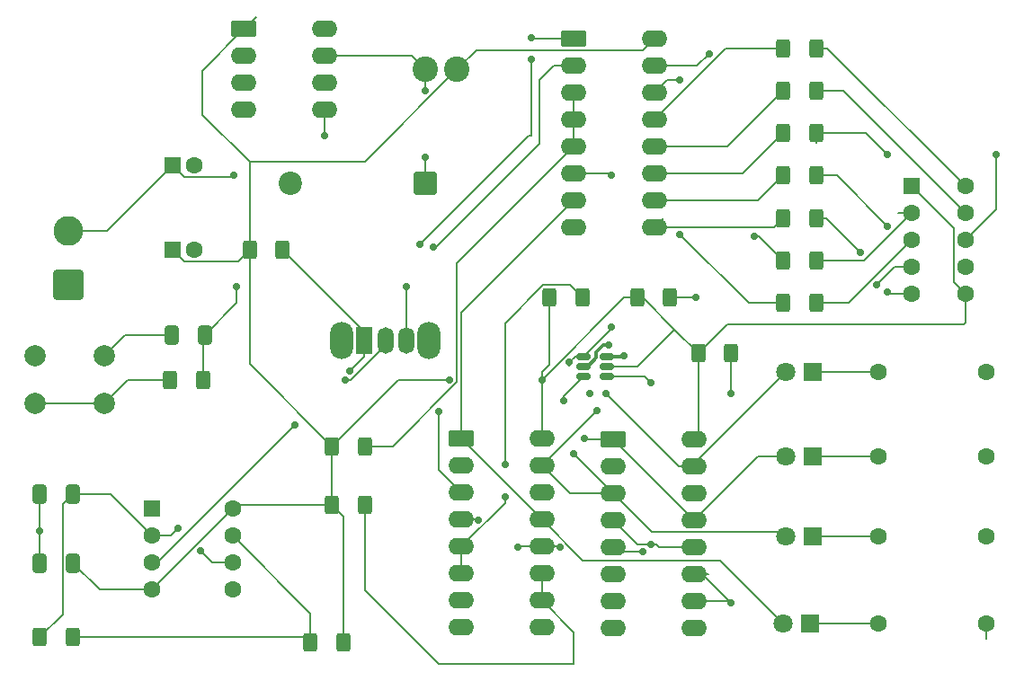
<source format=gbr>
%TF.GenerationSoftware,KiCad,Pcbnew,9.0.3*%
%TF.CreationDate,2025-12-16T09:58:40+01:00*%
%TF.ProjectId,PTP_Josip_Bosnic_Project1,5054505f-4a6f-4736-9970-5f426f736e69,rev?*%
%TF.SameCoordinates,Original*%
%TF.FileFunction,Copper,L1,Top*%
%TF.FilePolarity,Positive*%
%FSLAX46Y46*%
G04 Gerber Fmt 4.6, Leading zero omitted, Abs format (unit mm)*
G04 Created by KiCad (PCBNEW 9.0.3) date 2025-12-16 09:58:40*
%MOMM*%
%LPD*%
G01*
G04 APERTURE LIST*
G04 Aperture macros list*
%AMRoundRect*
0 Rectangle with rounded corners*
0 $1 Rounding radius*
0 $2 $3 $4 $5 $6 $7 $8 $9 X,Y pos of 4 corners*
0 Add a 4 corners polygon primitive as box body*
4,1,4,$2,$3,$4,$5,$6,$7,$8,$9,$2,$3,0*
0 Add four circle primitives for the rounded corners*
1,1,$1+$1,$2,$3*
1,1,$1+$1,$4,$5*
1,1,$1+$1,$6,$7*
1,1,$1+$1,$8,$9*
0 Add four rect primitives between the rounded corners*
20,1,$1+$1,$2,$3,$4,$5,0*
20,1,$1+$1,$4,$5,$6,$7,0*
20,1,$1+$1,$6,$7,$8,$9,0*
20,1,$1+$1,$8,$9,$2,$3,0*%
G04 Aperture macros list end*
%TA.AperFunction,ComponentPad*%
%ADD10R,1.800000X1.800000*%
%TD*%
%TA.AperFunction,ComponentPad*%
%ADD11C,1.800000*%
%TD*%
%TA.AperFunction,ComponentPad*%
%ADD12C,1.600000*%
%TD*%
%TA.AperFunction,SMDPad,CuDef*%
%ADD13RoundRect,0.250000X-0.400000X-0.625000X0.400000X-0.625000X0.400000X0.625000X-0.400000X0.625000X0*%
%TD*%
%TA.AperFunction,ComponentPad*%
%ADD14O,2.200000X3.500000*%
%TD*%
%TA.AperFunction,ComponentPad*%
%ADD15R,1.500000X2.500000*%
%TD*%
%TA.AperFunction,ComponentPad*%
%ADD16O,1.500000X2.500000*%
%TD*%
%TA.AperFunction,ComponentPad*%
%ADD17C,2.000000*%
%TD*%
%TA.AperFunction,SMDPad,CuDef*%
%ADD18RoundRect,0.250000X-0.412500X-0.650000X0.412500X-0.650000X0.412500X0.650000X-0.412500X0.650000X0*%
%TD*%
%TA.AperFunction,SMDPad,CuDef*%
%ADD19RoundRect,0.250000X0.400000X0.625000X-0.400000X0.625000X-0.400000X-0.625000X0.400000X-0.625000X0*%
%TD*%
%TA.AperFunction,ComponentPad*%
%ADD20C,2.400000*%
%TD*%
%TA.AperFunction,SMDPad,CuDef*%
%ADD21RoundRect,0.250000X0.412500X0.650000X-0.412500X0.650000X-0.412500X-0.650000X0.412500X-0.650000X0*%
%TD*%
%TA.AperFunction,ComponentPad*%
%ADD22RoundRect,0.250000X-0.950000X-0.550000X0.950000X-0.550000X0.950000X0.550000X-0.950000X0.550000X0*%
%TD*%
%TA.AperFunction,ComponentPad*%
%ADD23O,2.400000X1.600000*%
%TD*%
%TA.AperFunction,ComponentPad*%
%ADD24RoundRect,0.250000X-0.550000X-0.550000X0.550000X-0.550000X0.550000X0.550000X-0.550000X0.550000X0*%
%TD*%
%TA.AperFunction,SMDPad,CuDef*%
%ADD25RoundRect,0.150000X-0.512500X-0.150000X0.512500X-0.150000X0.512500X0.150000X-0.512500X0.150000X0*%
%TD*%
%TA.AperFunction,ComponentPad*%
%ADD26R,1.600000X1.600000*%
%TD*%
%TA.AperFunction,ComponentPad*%
%ADD27RoundRect,0.250001X1.149999X-1.149999X1.149999X1.149999X-1.149999X1.149999X-1.149999X-1.149999X0*%
%TD*%
%TA.AperFunction,ComponentPad*%
%ADD28C,2.800000*%
%TD*%
%TA.AperFunction,ComponentPad*%
%ADD29RoundRect,0.249999X0.850001X0.850001X-0.850001X0.850001X-0.850001X-0.850001X0.850001X-0.850001X0*%
%TD*%
%TA.AperFunction,ComponentPad*%
%ADD30C,2.200000*%
%TD*%
%TA.AperFunction,ViaPad*%
%ADD31C,0.700000*%
%TD*%
%TA.AperFunction,Conductor*%
%ADD32C,0.300000*%
%TD*%
%TA.AperFunction,Conductor*%
%ADD33C,0.200000*%
%TD*%
G04 APERTURE END LIST*
D10*
%TO.P,D2,1,K*%
%TO.N,Net-(D2-K)*%
X178250000Y-96000000D03*
D11*
%TO.P,D2,2,A*%
%TO.N,Q1*%
X175710000Y-96000000D03*
%TD*%
D12*
%TO.P,R1,1*%
%TO.N,Net-(D1-K)*%
X184420000Y-104250000D03*
%TO.P,R1,2*%
%TO.N,GND*%
X194580000Y-104250000D03*
%TD*%
%TO.P,R3,1*%
%TO.N,Net-(D3-K)*%
X184420000Y-88500000D03*
%TO.P,R3,2*%
%TO.N,GND*%
X194580000Y-88500000D03*
%TD*%
D13*
%TO.P,R18,1*%
%TO.N,Net-(U4-g)*%
X175450000Y-74000000D03*
%TO.P,R18,2*%
%TO.N,Net-(U5-G)*%
X178550000Y-74000000D03*
%TD*%
%TO.P,R13,1*%
%TO.N,Net-(R13-Pad1)*%
X117700000Y-81250000D03*
%TO.P,R13,2*%
%TO.N,Net-(SW2-A)*%
X120800000Y-81250000D03*
%TD*%
D10*
%TO.P,D1,1,K*%
%TO.N,Net-(D1-K)*%
X178025000Y-104250000D03*
D11*
%TO.P,D1,2,A*%
%TO.N,Q0*%
X175485000Y-104250000D03*
%TD*%
D10*
%TO.P,D5,1,K*%
%TO.N,Net-(D5-K)*%
X178250000Y-80500000D03*
D11*
%TO.P,D5,2,A*%
%TO.N,Q3*%
X175710000Y-80500000D03*
%TD*%
D12*
%TO.P,R4,1*%
%TO.N,Net-(D5-K)*%
X184420000Y-80500000D03*
%TO.P,R4,2*%
%TO.N,GND*%
X194580000Y-80500000D03*
%TD*%
D13*
%TO.P,R7,1*%
%TO.N,+5V*%
X125200000Y-69000000D03*
%TO.P,R7,2*%
%TO.N,Clock*%
X128300000Y-69000000D03*
%TD*%
D14*
%TO.P,SW2,*%
%TO.N,*%
X133900000Y-77500000D03*
X142100000Y-77500000D03*
D15*
%TO.P,SW2,1,B*%
%TO.N,Clock*%
X136000000Y-77500000D03*
D16*
%TO.P,SW2,2,C*%
%TO.N,555*%
X138000000Y-77500000D03*
%TO.P,SW2,3,A*%
%TO.N,Net-(SW2-A)*%
X140000000Y-77500000D03*
%TD*%
D17*
%TO.P,SW1,1,1*%
%TO.N,GND*%
X105000000Y-79000000D03*
X111500000Y-79000000D03*
%TO.P,SW1,2,2*%
%TO.N,Net-(R13-Pad1)*%
X105000000Y-83500000D03*
X111500000Y-83500000D03*
%TD*%
D18*
%TO.P,C3,1*%
%TO.N,GND*%
X117875000Y-77000000D03*
%TO.P,C3,2*%
%TO.N,Net-(SW2-A)*%
X121000000Y-77000000D03*
%TD*%
D19*
%TO.P,R20,1*%
%TO.N,Net-(U7-DIS)*%
X108550000Y-105500000D03*
%TO.P,R20,2*%
%TO.N,Net-(U7-THR)*%
X105450000Y-105500000D03*
%TD*%
D20*
%TO.P,L1,1,1*%
%TO.N,Net-(D4-K)*%
X141750000Y-52000000D03*
%TO.P,L1,2,2*%
%TO.N,+5V*%
X144750000Y-52000000D03*
%TD*%
D21*
%TO.P,C4,1*%
%TO.N,+5V*%
X108562500Y-98500000D03*
%TO.P,C4,2*%
%TO.N,GND*%
X105437500Y-98500000D03*
%TD*%
D13*
%TO.P,R9,1*%
%TO.N,+5V*%
X153450000Y-73500000D03*
%TO.P,R9,2*%
%TO.N,Net-(U2A-J)*%
X156550000Y-73500000D03*
%TD*%
%TO.P,R14,1*%
%TO.N,Net-(U4-d)*%
X175450000Y-62000000D03*
%TO.P,R14,2*%
%TO.N,Net-(U5-D)*%
X178550000Y-62000000D03*
%TD*%
%TO.P,R11,1*%
%TO.N,+5V*%
X161700000Y-73500000D03*
%TO.P,R11,2*%
%TO.N,Net-(U3A-J)*%
X164800000Y-73500000D03*
%TD*%
%TO.P,R10,1*%
%TO.N,+5V*%
X132950000Y-93000000D03*
%TO.P,R10,2*%
%TO.N,Net-(U2B-J)*%
X136050000Y-93000000D03*
%TD*%
%TO.P,R5,1*%
%TO.N,Net-(U4-a)*%
X175450000Y-50000000D03*
%TO.P,R5,2*%
%TO.N,Net-(U5-A)*%
X178550000Y-50000000D03*
%TD*%
D22*
%TO.P,U4,1,B*%
%TO.N,Q1*%
X155690000Y-49110000D03*
D23*
%TO.P,U4,2,C*%
%TO.N,Q2*%
X155690000Y-51650000D03*
%TO.P,U4,3,LT*%
%TO.N,Net-(U4-BI)*%
X155690000Y-54190000D03*
%TO.P,U4,4,BI*%
X155690000Y-56730000D03*
%TO.P,U4,5,RBI*%
X155690000Y-59270000D03*
%TO.P,U4,6,D*%
%TO.N,Q3*%
X155690000Y-61810000D03*
%TO.P,U4,7,A*%
%TO.N,Q0*%
X155690000Y-64350000D03*
%TO.P,U4,8,GND*%
%TO.N,GND*%
X155690000Y-66890000D03*
%TO.P,U4,9,e*%
%TO.N,Net-(U4-e)*%
X163310000Y-66890000D03*
%TO.P,U4,10,d*%
%TO.N,Net-(U4-d)*%
X163310000Y-64350000D03*
%TO.P,U4,11,c*%
%TO.N,Net-(U4-c)*%
X163310000Y-61810000D03*
%TO.P,U4,12,b*%
%TO.N,Net-(U4-b)*%
X163310000Y-59270000D03*
%TO.P,U4,13,a*%
%TO.N,Net-(U4-a)*%
X163310000Y-56730000D03*
%TO.P,U4,14,g*%
%TO.N,Net-(U4-g)*%
X163310000Y-54190000D03*
%TO.P,U4,15,f*%
%TO.N,Net-(U4-f)*%
X163310000Y-51650000D03*
%TO.P,U4,16,VCC*%
%TO.N,+5V*%
X163310000Y-49110000D03*
%TD*%
D24*
%TO.P,U7,1,GND*%
%TO.N,GND*%
X116000000Y-93380000D03*
D12*
%TO.P,U7,2,TR*%
%TO.N,Net-(U7-THR)*%
X116000000Y-95920000D03*
%TO.P,U7,3,Q*%
%TO.N,555*%
X116000000Y-98460000D03*
%TO.P,U7,4,R*%
%TO.N,+5V*%
X116000000Y-101000000D03*
%TO.P,U7,5,CV*%
%TO.N,unconnected-(U7-CV-Pad5)*%
X123620000Y-101000000D03*
%TO.P,U7,6,THR*%
%TO.N,Net-(U7-THR)*%
X123620000Y-98460000D03*
%TO.P,U7,7,DIS*%
%TO.N,Net-(U7-DIS)*%
X123620000Y-95920000D03*
%TO.P,U7,8,VCC*%
%TO.N,+5V*%
X123620000Y-93380000D03*
%TD*%
D13*
%TO.P,R17,1*%
%TO.N,Net-(U4-f)*%
X175450000Y-70000000D03*
%TO.P,R17,2*%
%TO.N,Net-(U5-F)*%
X178550000Y-70000000D03*
%TD*%
%TO.P,R12,1*%
%TO.N,+5V*%
X167450000Y-78750000D03*
%TO.P,R12,2*%
%TO.N,Net-(U3B-J)*%
X170550000Y-78750000D03*
%TD*%
%TO.P,R16,1*%
%TO.N,Net-(U4-e)*%
X175450000Y-66000000D03*
%TO.P,R16,2*%
%TO.N,Net-(U5-E)*%
X178550000Y-66000000D03*
%TD*%
%TO.P,R15,1*%
%TO.N,+5V*%
X132950000Y-87500000D03*
%TO.P,R15,2*%
%TO.N,Net-(U4-BI)*%
X136050000Y-87500000D03*
%TD*%
%TO.P,R8,1*%
%TO.N,Net-(U4-c)*%
X175450000Y-58000000D03*
%TO.P,R8,2*%
%TO.N,Net-(U5-C)*%
X178550000Y-58000000D03*
%TD*%
D19*
%TO.P,R19,1*%
%TO.N,+5V*%
X134050000Y-106000000D03*
%TO.P,R19,2*%
%TO.N,Net-(U7-DIS)*%
X130950000Y-106000000D03*
%TD*%
D25*
%TO.P,U6,1,A*%
%TO.N,Q3*%
X156612500Y-79050000D03*
%TO.P,U6,2,GND*%
%TO.N,GND*%
X156612500Y-80000000D03*
%TO.P,U6,3,B*%
%TO.N,Clock*%
X156612500Y-80950000D03*
%TO.P,U6,4,Y*%
%TO.N,Reset*%
X158887500Y-80950000D03*
%TO.P,U6,5,VCC*%
%TO.N,+5V*%
X158887500Y-80000000D03*
%TO.P,U6,6,C*%
%TO.N,Q1*%
X158887500Y-79050000D03*
%TD*%
D10*
%TO.P,D3,1,K*%
%TO.N,Net-(D3-K)*%
X178250000Y-88500000D03*
D11*
%TO.P,D3,2,A*%
%TO.N,Q2*%
X175710000Y-88500000D03*
%TD*%
D22*
%TO.P,U1,1,FB*%
%TO.N,+5V*%
X124690000Y-48190000D03*
D23*
%TO.P,U1,2,SGND*%
%TO.N,GND*%
X124690000Y-50730000D03*
%TO.P,U1,3,~{ON}/OFF*%
X124690000Y-53270000D03*
%TO.P,U1,4,PGND*%
X124690000Y-55810000D03*
%TO.P,U1,5,VIN*%
%TO.N,VD*%
X132310000Y-55810000D03*
%TO.P,U1,6,NC*%
%TO.N,unconnected-(U1-NC-Pad6)*%
X132310000Y-53270000D03*
%TO.P,U1,7,OUT*%
%TO.N,Net-(D4-K)*%
X132310000Y-50730000D03*
%TO.P,U1,8,NC*%
%TO.N,unconnected-(U1-NC-Pad8)*%
X132310000Y-48190000D03*
%TD*%
D24*
%TO.P,C2,1*%
%TO.N,+5V*%
X118000000Y-69000000D03*
D12*
%TO.P,C2,2*%
%TO.N,GND*%
X120000000Y-69000000D03*
%TD*%
D26*
%TO.P,U5,1,CA*%
%TO.N,+5V*%
X187532500Y-62982500D03*
D12*
%TO.P,U5,2,F*%
%TO.N,Net-(U5-F)*%
X187532500Y-65522500D03*
%TO.P,U5,3,G*%
%TO.N,Net-(U5-G)*%
X187532500Y-68062500D03*
%TO.P,U5,4,E*%
%TO.N,Net-(U5-E)*%
X187532500Y-70602500D03*
%TO.P,U5,5,D*%
%TO.N,Net-(U5-D)*%
X187532500Y-73142500D03*
%TO.P,U5,6,CA*%
%TO.N,+5V*%
X192612500Y-73142500D03*
%TO.P,U5,7,DP*%
%TO.N,unconnected-(U5-DP-Pad7)*%
X192612500Y-70602500D03*
%TO.P,U5,8,C*%
%TO.N,Net-(U5-C)*%
X192612500Y-68062500D03*
%TO.P,U5,9,B*%
%TO.N,Net-(U5-B)*%
X192612500Y-65522500D03*
%TO.P,U5,10,A*%
%TO.N,Net-(U5-A)*%
X192612500Y-62982500D03*
%TD*%
D22*
%TO.P,U3,1,Q*%
%TO.N,Q2*%
X159440000Y-86860000D03*
D23*
%TO.P,U3,2,~{Q}*%
%TO.N,unconnected-(U3A-~{Q}-Pad2)*%
X159440000Y-89400000D03*
%TO.P,U3,3,C*%
%TO.N,Q1*%
X159440000Y-91940000D03*
%TO.P,U3,4,R*%
%TO.N,Reset*%
X159440000Y-94480000D03*
%TO.P,U3,5,K*%
%TO.N,Net-(U3A-J)*%
X159440000Y-97020000D03*
%TO.P,U3,6,J*%
X159440000Y-99560000D03*
%TO.P,U3,7,S*%
%TO.N,GND*%
X159440000Y-102100000D03*
%TO.P,U3,8,VSS*%
X159440000Y-104640000D03*
%TO.P,U3,9,S*%
X167060000Y-104640000D03*
%TO.P,U3,10,J*%
%TO.N,Net-(U3B-J)*%
X167060000Y-102100000D03*
%TO.P,U3,11,K*%
X167060000Y-99560000D03*
%TO.P,U3,12,R*%
%TO.N,Reset*%
X167060000Y-97020000D03*
%TO.P,U3,13,C*%
%TO.N,Q2*%
X167060000Y-94480000D03*
%TO.P,U3,14,~{Q}*%
%TO.N,unconnected-(U3B-~{Q}-Pad14)*%
X167060000Y-91940000D03*
%TO.P,U3,15,Q*%
%TO.N,Q3*%
X167060000Y-89400000D03*
%TO.P,U3,16,VDD*%
%TO.N,+5V*%
X167060000Y-86860000D03*
%TD*%
D21*
%TO.P,C5,1*%
%TO.N,Net-(U7-THR)*%
X108562500Y-92000000D03*
%TO.P,C5,2*%
%TO.N,GND*%
X105437500Y-92000000D03*
%TD*%
D24*
%TO.P,C1,1*%
%TO.N,VD*%
X118000000Y-61000000D03*
D12*
%TO.P,C1,2*%
%TO.N,GND*%
X120000000Y-61000000D03*
%TD*%
D27*
%TO.P,J1,1,Pin_1*%
%TO.N,GND*%
X108117500Y-72250000D03*
D28*
%TO.P,J1,2,Pin_2*%
%TO.N,VD*%
X108117500Y-67250000D03*
%TD*%
D29*
%TO.P,D4,1,K*%
%TO.N,Net-(D4-K)*%
X141750000Y-62750000D03*
D30*
%TO.P,D4,2,A*%
%TO.N,GND*%
X129050000Y-62750000D03*
%TD*%
D12*
%TO.P,R2,1*%
%TO.N,Net-(D2-K)*%
X184420000Y-96000000D03*
%TO.P,R2,2*%
%TO.N,GND*%
X194580000Y-96000000D03*
%TD*%
D22*
%TO.P,U2,1,Q*%
%TO.N,Q0*%
X145130000Y-86800000D03*
D23*
%TO.P,U2,2,~{Q}*%
%TO.N,unconnected-(U2A-~{Q}-Pad2)*%
X145130000Y-89340000D03*
%TO.P,U2,3,C*%
%TO.N,Clock*%
X145130000Y-91880000D03*
%TO.P,U2,4,R*%
%TO.N,Reset*%
X145130000Y-94420000D03*
%TO.P,U2,5,K*%
%TO.N,Net-(U2A-J)*%
X145130000Y-96960000D03*
%TO.P,U2,6,J*%
X145130000Y-99500000D03*
%TO.P,U2,7,S*%
%TO.N,GND*%
X145130000Y-102040000D03*
%TO.P,U2,8,VSS*%
X145130000Y-104580000D03*
%TO.P,U2,9,S*%
X152750000Y-104580000D03*
%TO.P,U2,10,J*%
%TO.N,Net-(U2B-J)*%
X152750000Y-102040000D03*
%TO.P,U2,11,K*%
X152750000Y-99500000D03*
%TO.P,U2,12,R*%
%TO.N,Reset*%
X152750000Y-96960000D03*
%TO.P,U2,13,C*%
%TO.N,Q0*%
X152750000Y-94420000D03*
%TO.P,U2,14,~{Q}*%
%TO.N,unconnected-(U2B-~{Q}-Pad14)*%
X152750000Y-91880000D03*
%TO.P,U2,15,Q*%
%TO.N,Q1*%
X152750000Y-89340000D03*
%TO.P,U2,16,VDD*%
%TO.N,+5V*%
X152750000Y-86800000D03*
%TD*%
D13*
%TO.P,R6,1*%
%TO.N,Net-(U4-b)*%
X175450000Y-54000000D03*
%TO.P,R6,2*%
%TO.N,Net-(U5-B)*%
X178550000Y-54000000D03*
%TD*%
D31*
%TO.N,GND*%
X159000000Y-78000000D03*
%TO.N,Q1*%
X157924000Y-84166000D03*
X160500000Y-79000000D03*
%TO.N,GND*%
X105437500Y-95500000D03*
%TO.N,VD*%
X132250000Y-58250000D03*
X123750000Y-62000000D03*
%TO.N,+5V*%
X144000000Y-81250000D03*
X152750000Y-81250000D03*
%TO.N,Net-(SW2-A)*%
X140000000Y-72500000D03*
X124000000Y-72500000D03*
%TO.N,Net-(U7-THR)*%
X118500000Y-95250000D03*
X120584620Y-97334620D03*
%TO.N,Q1*%
X141250000Y-68500000D03*
X151750000Y-51000000D03*
X155750000Y-88250000D03*
X151750000Y-49000000D03*
%TO.N,Q2*%
X142500000Y-68750000D03*
X156750000Y-86750000D03*
%TO.N,Net-(D4-K)*%
X141750000Y-60250000D03*
X141750000Y-54000000D03*
%TO.N,Q3*%
X159250000Y-62000000D03*
X157250000Y-82500000D03*
X159250000Y-76250000D03*
X158750000Y-82500000D03*
X159250000Y-62000000D03*
X155334620Y-79584620D03*
%TO.N,Clock*%
X143000000Y-84250000D03*
X154750000Y-83250000D03*
X134665380Y-80415380D03*
%TO.N,Net-(U5-C)*%
X185250000Y-60000000D03*
X195500000Y-60000000D03*
%TO.N,Net-(U2A-J)*%
X149250000Y-89250000D03*
X149250000Y-92250000D03*
%TO.N,Net-(U3A-J)*%
X162250000Y-97400000D03*
X167250000Y-73500000D03*
%TO.N,Net-(U3B-J)*%
X170500000Y-82500000D03*
X170500000Y-102250000D03*
%TO.N,Net-(U5-D)*%
X185250000Y-73000000D03*
X185250000Y-66750000D03*
%TO.N,Net-(U5-E)*%
X184257120Y-72257120D03*
X182750000Y-69250000D03*
%TO.N,Net-(U4-f)*%
X168500000Y-50500000D03*
X172750000Y-67750000D03*
%TO.N,Net-(U4-g)*%
X165750000Y-67540000D03*
X165750000Y-53000000D03*
%TO.N,555*%
X134250000Y-81250000D03*
X129500000Y-85500000D03*
%TO.N,Reset*%
X146710380Y-94460380D03*
X163000000Y-96750000D03*
X163000000Y-81500000D03*
X150500000Y-97000000D03*
X154455380Y-97044620D03*
%TD*%
D32*
%TO.N,GND*%
X158500000Y-78000000D02*
X159000000Y-78000000D01*
X157874000Y-78626000D02*
X158500000Y-78000000D01*
X157874000Y-79163678D02*
X157874000Y-78626000D01*
X157037678Y-80000000D02*
X157874000Y-79163678D01*
X156612500Y-80000000D02*
X157037678Y-80000000D01*
%TO.N,Q1*%
X160450000Y-79050000D02*
X160500000Y-79000000D01*
X158887500Y-79050000D02*
X160450000Y-79050000D01*
D33*
%TO.N,GND*%
X105437500Y-92000000D02*
X105437500Y-98500000D01*
X113500000Y-77000000D02*
X111500000Y-79000000D01*
X117875000Y-77000000D02*
X113500000Y-77000000D01*
X117875000Y-77000000D02*
X117625000Y-77250000D01*
X194580000Y-104250000D02*
X194580000Y-105670000D01*
X124690000Y-56310000D02*
X124690000Y-55810000D01*
%TO.N,VD*%
X119101000Y-62101000D02*
X123649000Y-62101000D01*
X132310000Y-58190000D02*
X132310000Y-55810000D01*
X123649000Y-62101000D02*
X123750000Y-62000000D01*
X132250000Y-58250000D02*
X132310000Y-58190000D01*
X108117500Y-67250000D02*
X111750000Y-67250000D01*
X111750000Y-67250000D02*
X118000000Y-61000000D01*
X118000000Y-61000000D02*
X119101000Y-62101000D01*
%TO.N,+5V*%
X144750000Y-52000000D02*
X146539000Y-50211000D01*
X134050000Y-94100000D02*
X132950000Y-93000000D01*
X132950000Y-87500000D02*
X139200000Y-81250000D01*
X146539000Y-50211000D02*
X162209000Y-50211000D01*
X192500000Y-76000000D02*
X192612500Y-75887500D01*
X160500000Y-73500000D02*
X161700000Y-73500000D01*
X118000000Y-69000000D02*
X119101000Y-70101000D01*
X125791000Y-47089000D02*
X124690000Y-48190000D01*
X120750000Y-56250000D02*
X120750000Y-52130000D01*
X111062500Y-101000000D02*
X108562500Y-98500000D01*
X152750000Y-81250000D02*
X160500000Y-73500000D01*
X192612500Y-73142500D02*
X191511500Y-72041500D01*
X124000000Y-93000000D02*
X123620000Y-93380000D01*
X124099000Y-70101000D02*
X125200000Y-69000000D01*
X162200000Y-73500000D02*
X165225000Y-76525000D01*
X167450000Y-78750000D02*
X170200000Y-76000000D01*
X161750000Y-80000000D02*
X158887500Y-80000000D01*
X134050000Y-106000000D02*
X134050000Y-94100000D01*
X132950000Y-87500000D02*
X125200000Y-79750000D01*
X187982500Y-62982500D02*
X188000000Y-63000000D01*
X192612500Y-75887500D02*
X192612500Y-73142500D01*
X139200000Y-81250000D02*
X144000000Y-81250000D01*
X123620000Y-93380000D02*
X116000000Y-101000000D01*
X153450000Y-79800000D02*
X153450000Y-73500000D01*
X167450000Y-78750000D02*
X167450000Y-86470000D01*
X167450000Y-78750000D02*
X166950000Y-78750000D01*
X125200000Y-60700000D02*
X120750000Y-56250000D01*
X144750000Y-52000000D02*
X145501000Y-52751000D01*
X162209000Y-50211000D02*
X163310000Y-49110000D01*
X120750000Y-52130000D02*
X124690000Y-48190000D01*
X152750000Y-81250000D02*
X152750000Y-80500000D01*
X165225000Y-76525000D02*
X167450000Y-78750000D01*
X132950000Y-93000000D02*
X124000000Y-93000000D01*
X187532500Y-62982500D02*
X187982500Y-62982500D01*
X125200000Y-69000000D02*
X125200000Y-60700000D01*
X170200000Y-76000000D02*
X192500000Y-76000000D01*
X161700000Y-73500000D02*
X162200000Y-73500000D01*
X167450000Y-86470000D02*
X167060000Y-86860000D01*
X191511500Y-66961500D02*
X187532500Y-62982500D01*
X119101000Y-70101000D02*
X124099000Y-70101000D01*
X116000000Y-101000000D02*
X111062500Y-101000000D01*
X136050000Y-60700000D02*
X144750000Y-52000000D01*
X152750000Y-80500000D02*
X153450000Y-79800000D01*
X152750000Y-81250000D02*
X152750000Y-86800000D01*
X125200000Y-60700000D02*
X136050000Y-60700000D01*
X165225000Y-76525000D02*
X161750000Y-80000000D01*
X132950000Y-87500000D02*
X132950000Y-93000000D01*
X191511500Y-72041500D02*
X191511500Y-66961500D01*
X125200000Y-79750000D02*
X125200000Y-69000000D01*
%TO.N,Net-(SW2-A)*%
X124000000Y-74000000D02*
X124000000Y-72500000D01*
X121000000Y-77000000D02*
X121000000Y-77250000D01*
X121000000Y-77000000D02*
X124000000Y-74000000D01*
X121000000Y-77250000D02*
X120800000Y-77450000D01*
X120800000Y-81250000D02*
X120800000Y-77200000D01*
X120800000Y-77200000D02*
X121000000Y-77000000D01*
X140000000Y-72500000D02*
X140000000Y-77500000D01*
%TO.N,Net-(U7-THR)*%
X117830000Y-95920000D02*
X116000000Y-95920000D01*
X112080000Y-92000000D02*
X116000000Y-95920000D01*
X118500000Y-95250000D02*
X117830000Y-95920000D01*
X123620000Y-98460000D02*
X121710000Y-98460000D01*
X121710000Y-98460000D02*
X120584620Y-97334620D01*
X107599000Y-103351000D02*
X107599000Y-92963500D01*
X107599000Y-92963500D02*
X108562500Y-92000000D01*
X108562500Y-92000000D02*
X112080000Y-92000000D01*
X105450000Y-105500000D02*
X107599000Y-103351000D01*
%TO.N,Net-(D1-K)*%
X184420000Y-104250000D02*
X178025000Y-104250000D01*
%TO.N,Q0*%
X145130000Y-74910000D02*
X155690000Y-64350000D01*
X156580000Y-98250000D02*
X152750000Y-94420000D01*
X145130000Y-86800000D02*
X145130000Y-74910000D01*
X175485000Y-104250000D02*
X169485000Y-98250000D01*
X169485000Y-98250000D02*
X156580000Y-98250000D01*
X152750000Y-94420000D02*
X145130000Y-86800000D01*
%TO.N,Net-(D2-K)*%
X184420000Y-96000000D02*
X178250000Y-96000000D01*
%TO.N,Q1*%
X141250000Y-68500000D02*
X151500000Y-58250000D01*
X151500000Y-58250000D02*
X151750000Y-58250000D01*
X159440000Y-91940000D02*
X155750000Y-88250000D01*
X151750000Y-58250000D02*
X151750000Y-51000000D01*
X151750000Y-49000000D02*
X151860000Y-49110000D01*
X175291000Y-95581000D02*
X163081000Y-95581000D01*
X155350000Y-91940000D02*
X152750000Y-89340000D01*
X151860000Y-49110000D02*
X155690000Y-49110000D01*
X163081000Y-95581000D02*
X159440000Y-91940000D01*
X175710000Y-96000000D02*
X175291000Y-95581000D01*
X152750000Y-89340000D02*
X157924000Y-84166000D01*
X159440000Y-91940000D02*
X155350000Y-91940000D01*
%TO.N,Net-(D3-K)*%
X184420000Y-88500000D02*
X178250000Y-88500000D01*
%TO.N,Q2*%
X153850000Y-51650000D02*
X155690000Y-51650000D01*
X173040000Y-88500000D02*
X167060000Y-94480000D01*
X152500000Y-59000000D02*
X152500000Y-53000000D01*
X159440000Y-86860000D02*
X156860000Y-86860000D01*
X152500000Y-53000000D02*
X153850000Y-51650000D01*
X156860000Y-86860000D02*
X156750000Y-86750000D01*
X175710000Y-88500000D02*
X173040000Y-88500000D01*
X142750000Y-68750000D02*
X152500000Y-59000000D01*
X142500000Y-68750000D02*
X142750000Y-68750000D01*
X159440000Y-86860000D02*
X167060000Y-94480000D01*
%TO.N,Net-(D4-K)*%
X132310000Y-50730000D02*
X140480000Y-50730000D01*
X141750000Y-52000000D02*
X141750000Y-54000000D01*
X140480000Y-50730000D02*
X141750000Y-52000000D01*
X141750000Y-60250000D02*
X141750000Y-62750000D01*
%TO.N,Q3*%
X155869240Y-79050000D02*
X156612500Y-79050000D01*
X155334620Y-79584620D02*
X155869240Y-79050000D01*
X155334620Y-79584620D02*
X155334620Y-79915380D01*
X159250000Y-62000000D02*
X159060000Y-61810000D01*
X167060000Y-89150000D02*
X167060000Y-89400000D01*
X156612500Y-79050000D02*
X159250000Y-76412500D01*
X167060000Y-89400000D02*
X165650000Y-89400000D01*
X175710000Y-80500000D02*
X167060000Y-89150000D01*
X159250000Y-76412500D02*
X159250000Y-76250000D01*
X165650000Y-89400000D02*
X158750000Y-82500000D01*
X159060000Y-61810000D02*
X155690000Y-61810000D01*
%TO.N,Net-(D5-K)*%
X184420000Y-80500000D02*
X178250000Y-80500000D01*
%TO.N,Net-(U5-A)*%
X178550000Y-50000000D02*
X179630000Y-50000000D01*
X179630000Y-50000000D02*
X192612500Y-62982500D01*
%TO.N,Net-(U4-a)*%
X170040000Y-50000000D02*
X163310000Y-56730000D01*
X175450000Y-50000000D02*
X170040000Y-50000000D01*
%TO.N,Net-(U5-B)*%
X181090000Y-54000000D02*
X192612500Y-65522500D01*
X178550000Y-54000000D02*
X181090000Y-54000000D01*
%TO.N,Net-(U4-b)*%
X163310000Y-59270000D02*
X170180000Y-59270000D01*
X170180000Y-59270000D02*
X175450000Y-54000000D01*
%TO.N,Clock*%
X154750000Y-82812500D02*
X156612500Y-80950000D01*
X145130000Y-91880000D02*
X143000000Y-89750000D01*
X134665380Y-80415380D02*
X136000000Y-79080760D01*
X143000000Y-89750000D02*
X143000000Y-84250000D01*
X136000000Y-76700000D02*
X128300000Y-69000000D01*
X154750000Y-83250000D02*
X154750000Y-82812500D01*
X136000000Y-77500000D02*
X136000000Y-76700000D01*
X136000000Y-79080760D02*
X136000000Y-77500000D01*
%TO.N,Net-(U5-C)*%
X178550000Y-58000000D02*
X183250000Y-58000000D01*
X178550000Y-58000000D02*
X178550000Y-58875000D01*
X195500000Y-60000000D02*
X195500000Y-65175000D01*
X195500000Y-65175000D02*
X192612500Y-68062500D01*
X183250000Y-58000000D02*
X185250000Y-60000000D01*
%TO.N,Net-(U4-c)*%
X171640000Y-61810000D02*
X163310000Y-61810000D01*
X175450000Y-58000000D02*
X171640000Y-61810000D01*
%TO.N,Net-(U2A-J)*%
X149250000Y-92840000D02*
X149250000Y-92250000D01*
X145130000Y-99500000D02*
X145130000Y-96960000D01*
X152814840Y-72324000D02*
X155374000Y-72324000D01*
X155374000Y-72324000D02*
X156550000Y-73500000D01*
X149250000Y-75888840D02*
X152814840Y-72324000D01*
X149250000Y-89250000D02*
X149250000Y-75888840D01*
X145130000Y-96960000D02*
X149250000Y-92840000D01*
%TO.N,Net-(U2B-J)*%
X155750000Y-108000000D02*
X155750000Y-105040000D01*
X155750000Y-105040000D02*
X152750000Y-102040000D01*
X152750000Y-102040000D02*
X152750000Y-99500000D01*
X136050000Y-101050000D02*
X143000000Y-108000000D01*
X143000000Y-108000000D02*
X155750000Y-108000000D01*
X136050000Y-93000000D02*
X136050000Y-101050000D01*
%TO.N,Net-(U3A-J)*%
X159820000Y-97400000D02*
X162250000Y-97400000D01*
X159440000Y-97020000D02*
X159820000Y-97400000D01*
X167250000Y-73500000D02*
X164800000Y-73500000D01*
%TO.N,Net-(U3B-J)*%
X168410000Y-99560000D02*
X167060000Y-99560000D01*
X170350000Y-102100000D02*
X167060000Y-102100000D01*
X170550000Y-78750000D02*
X170550000Y-82450000D01*
X170500000Y-102250000D02*
X170350000Y-102100000D01*
X170550000Y-82450000D02*
X170500000Y-82500000D01*
X167810000Y-99560000D02*
X167060000Y-99560000D01*
X170500000Y-102250000D02*
X167810000Y-99560000D01*
%TO.N,Net-(R13-Pad1)*%
X111500000Y-83500000D02*
X113750000Y-81250000D01*
X111500000Y-83500000D02*
X105000000Y-83500000D01*
X113750000Y-81250000D02*
X117700000Y-81250000D01*
%TO.N,Net-(U4-d)*%
X173100000Y-64350000D02*
X163310000Y-64350000D01*
X175450000Y-62000000D02*
X173100000Y-64350000D01*
%TO.N,Net-(U5-D)*%
X178550000Y-62000000D02*
X180500000Y-62000000D01*
X180500000Y-62000000D02*
X185250000Y-66750000D01*
X185392500Y-73142500D02*
X187532500Y-73142500D01*
X185250000Y-73000000D02*
X185392500Y-73142500D01*
%TO.N,Net-(U4-BI)*%
X136050000Y-87500000D02*
X138670654Y-87500000D01*
X155690000Y-59270000D02*
X155690000Y-54190000D01*
X144729000Y-70231000D02*
X155690000Y-59270000D01*
X138670654Y-87500000D02*
X144729000Y-81441654D01*
X144729000Y-81441654D02*
X144729000Y-70231000D01*
%TO.N,Net-(U4-e)*%
X163310000Y-66890000D02*
X174560000Y-66890000D01*
X174560000Y-66890000D02*
X175450000Y-66000000D01*
X164200000Y-66000000D02*
X163310000Y-66890000D01*
%TO.N,Net-(U5-E)*%
X179500000Y-66000000D02*
X182750000Y-69250000D01*
X178550000Y-66000000D02*
X179500000Y-66000000D01*
X185911740Y-70602500D02*
X187532500Y-70602500D01*
X184257120Y-72257120D02*
X185911740Y-70602500D01*
%TO.N,Net-(U5-F)*%
X178550000Y-70000000D02*
X183055000Y-70000000D01*
X183055000Y-70000000D02*
X187532500Y-65522500D01*
X186272500Y-65522500D02*
X187532500Y-65522500D01*
%TO.N,Net-(U4-f)*%
X173200000Y-67750000D02*
X172750000Y-67750000D01*
X175450000Y-70000000D02*
X173200000Y-67750000D01*
X167350000Y-51650000D02*
X163310000Y-51650000D01*
X168500000Y-50500000D02*
X167350000Y-51650000D01*
%TO.N,Net-(U4-g)*%
X165750000Y-53000000D02*
X164500000Y-53000000D01*
X172210000Y-74000000D02*
X165750000Y-67540000D01*
X175450000Y-74000000D02*
X172210000Y-74000000D01*
X164500000Y-53000000D02*
X163310000Y-54190000D01*
%TO.N,Net-(U5-G)*%
X187470000Y-68000000D02*
X187532500Y-68062500D01*
X178550000Y-74000000D02*
X181595000Y-74000000D01*
X181595000Y-74000000D02*
X187532500Y-68062500D01*
%TO.N,Net-(U7-DIS)*%
X130450000Y-105500000D02*
X130950000Y-106000000D01*
X130950000Y-103250000D02*
X123620000Y-95920000D01*
X130950000Y-106000000D02*
X130950000Y-103250000D01*
X108550000Y-105500000D02*
X130450000Y-105500000D01*
%TO.N,555*%
X134750000Y-81250000D02*
X138000000Y-78000000D01*
X134250000Y-81250000D02*
X134750000Y-81250000D01*
X116000000Y-98460000D02*
X116540000Y-98460000D01*
X138000000Y-78000000D02*
X138000000Y-77500000D01*
X116540000Y-98460000D02*
X129500000Y-85500000D01*
%TO.N,Reset*%
X161710000Y-96750000D02*
X159440000Y-94480000D01*
X163770000Y-97020000D02*
X167060000Y-97020000D01*
X163000000Y-81500000D02*
X162450000Y-80950000D01*
X150750000Y-97000000D02*
X150790000Y-96960000D01*
X150790000Y-96960000D02*
X152750000Y-96960000D01*
X163500000Y-96750000D02*
X163770000Y-97020000D01*
X152750000Y-96960000D02*
X154370760Y-96960000D01*
X145130000Y-94420000D02*
X146670000Y-94420000D01*
X146670000Y-94420000D02*
X146710380Y-94460380D01*
X163000000Y-81500000D02*
X163000000Y-81250000D01*
X150500000Y-97000000D02*
X150750000Y-97000000D01*
X162450000Y-80950000D02*
X158887500Y-80950000D01*
X163000000Y-96750000D02*
X163500000Y-96750000D01*
X163000000Y-96750000D02*
X161710000Y-96750000D01*
X154370760Y-96960000D02*
X154455380Y-97044620D01*
%TD*%
M02*

</source>
